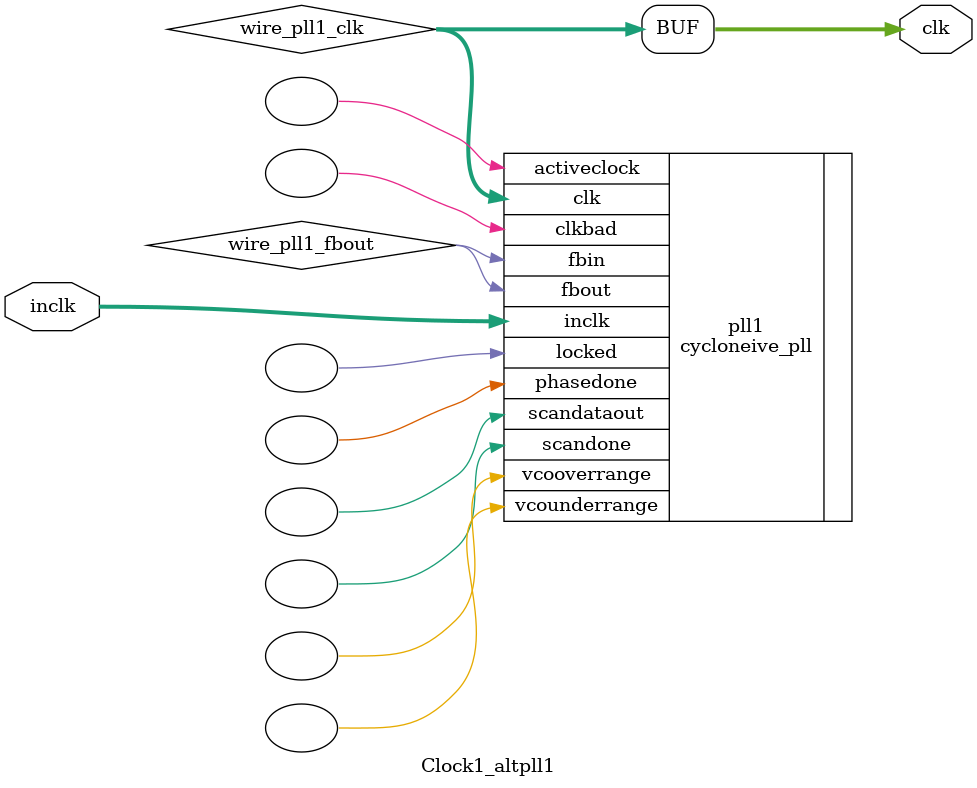
<source format=v>






//synthesis_resources = cycloneive_pll 1 
//synopsys translate_off
`timescale 1 ps / 1 ps
//synopsys translate_on
module  Clock1_altpll1
	( 
	clk,
	inclk) /* synthesis synthesis_clearbox=1 */;
	output   [4:0]  clk;
	input   [1:0]  inclk;
`ifndef ALTERA_RESERVED_QIS
// synopsys translate_off
`endif
	tri0   [1:0]  inclk;
`ifndef ALTERA_RESERVED_QIS
// synopsys translate_on
`endif

	wire  [4:0]   wire_pll1_clk;
	wire  wire_pll1_fbout;

	cycloneive_pll   pll1
	( 
	.activeclock(),
	.clk(wire_pll1_clk),
	.clkbad(),
	.fbin(wire_pll1_fbout),
	.fbout(wire_pll1_fbout),
	.inclk(inclk),
	.locked(),
	.phasedone(),
	.scandataout(),
	.scandone(),
	.vcooverrange(),
	.vcounderrange()
	`ifndef FORMAL_VERIFICATION
	// synopsys translate_off
	`endif
	,
	.areset(1'b0),
	.clkswitch(1'b0),
	.configupdate(1'b0),
	.pfdena(1'b1),
	.phasecounterselect({3{1'b0}}),
	.phasestep(1'b0),
	.phaseupdown(1'b0),
	.scanclk(1'b0),
	.scanclkena(1'b1),
	.scandata(1'b0)
	`ifndef FORMAL_VERIFICATION
	// synopsys translate_on
	`endif
	);
	defparam
		pll1.bandwidth_type = "auto",
		pll1.clk0_divide_by = 500,
		pll1.clk0_duty_cycle = 25,
		pll1.clk0_multiply_by = 1,
		pll1.clk0_phase_shift = "0",
		pll1.clk1_divide_by = 500,
		pll1.clk1_duty_cycle = 50,
		pll1.clk1_multiply_by = 1,
		pll1.clk1_phase_shift = "0",
		pll1.compensate_clock = "clk0",
		pll1.inclk0_input_frequency = 20000,
		pll1.operation_mode = "normal",
		pll1.pll_type = "auto",
		pll1.lpm_type = "cycloneive_pll";
	assign
		clk = {wire_pll1_clk[4:0]};
endmodule //Clock1_altpll1
//VALID FILE

</source>
